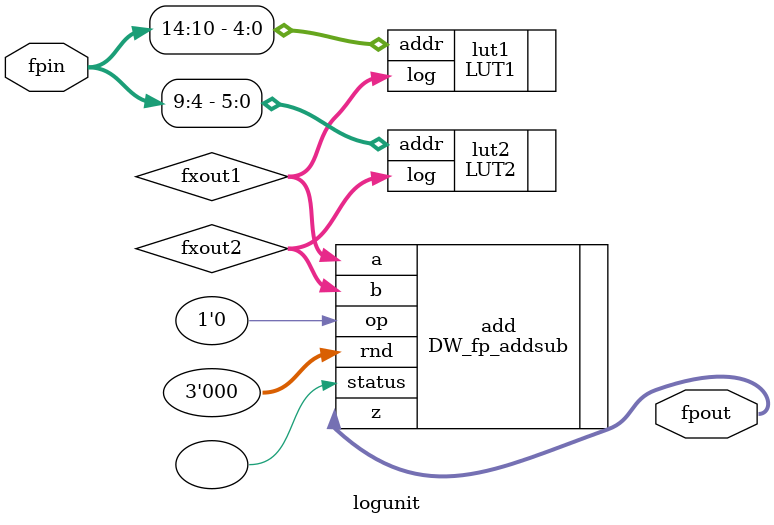
<source format=v>
`timescale 1ns / 1ps
module logunit (fpin, fpout);

	
	input [15:0] fpin;
	output [15:0] fpout;


	wire [15: 0] fxout1;
	wire [15: 0] fxout2;


	LUT1 lut1 (.addr(fpin[14:10]),.log(fxout1)); 
	LUT2 lut2 (.addr(fpin[9:4]),.log(fxout2));  
	DW_fp_addsub add(.a(fxout1), .b(fxout2), .rnd(3'b0), .op(1'b0), .z(fpout), .status());
endmodule

</source>
